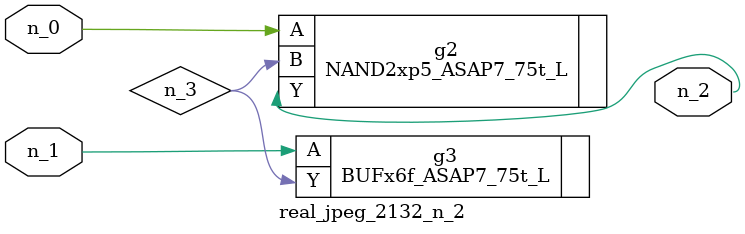
<source format=v>
module real_jpeg_2132_n_2 (n_1, n_0, n_2);

input n_1;
input n_0;

output n_2;

wire n_3;

NAND2xp5_ASAP7_75t_L g2 ( 
.A(n_0),
.B(n_3),
.Y(n_2)
);

BUFx6f_ASAP7_75t_L g3 ( 
.A(n_1),
.Y(n_3)
);


endmodule
</source>
